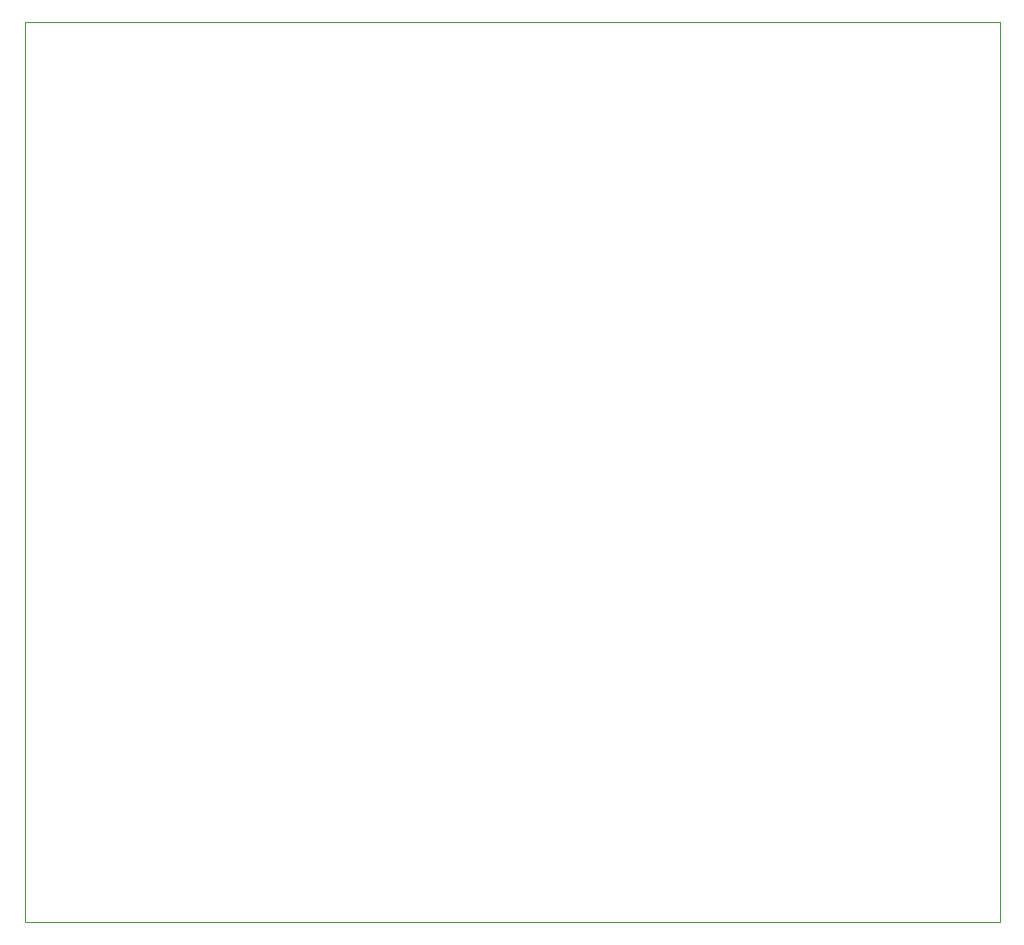
<source format=gbr>
G04 #@! TF.GenerationSoftware,KiCad,Pcbnew,(6.0.7)*
G04 #@! TF.CreationDate,2022-09-05T18:06:52-05:00*
G04 #@! TF.ProjectId,control_pcb,636f6e74-726f-46c5-9f70-63622e6b6963,3.1*
G04 #@! TF.SameCoordinates,Original*
G04 #@! TF.FileFunction,Profile,NP*
%FSLAX46Y46*%
G04 Gerber Fmt 4.6, Leading zero omitted, Abs format (unit mm)*
G04 Created by KiCad (PCBNEW (6.0.7)) date 2022-09-05 18:06:52*
%MOMM*%
%LPD*%
G01*
G04 APERTURE LIST*
G04 #@! TA.AperFunction,Profile*
%ADD10C,0.050000*%
G04 #@! TD*
G04 APERTURE END LIST*
D10*
X73660000Y-172720000D02*
X73660000Y-96520000D01*
X156210000Y-172720000D02*
X73660000Y-172720000D01*
X156210000Y-96520000D02*
X156210000Y-172720000D01*
X73660000Y-96520000D02*
X156210000Y-96520000D01*
M02*

</source>
